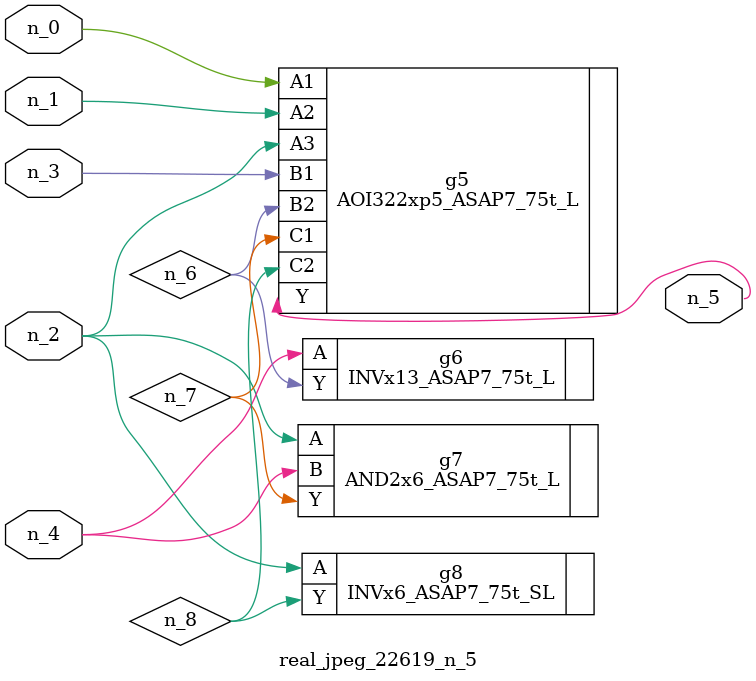
<source format=v>
module real_jpeg_22619_n_5 (n_4, n_0, n_1, n_2, n_3, n_5);

input n_4;
input n_0;
input n_1;
input n_2;
input n_3;

output n_5;

wire n_8;
wire n_6;
wire n_7;

AOI322xp5_ASAP7_75t_L g5 ( 
.A1(n_0),
.A2(n_1),
.A3(n_2),
.B1(n_3),
.B2(n_6),
.C1(n_7),
.C2(n_8),
.Y(n_5)
);

AND2x6_ASAP7_75t_L g7 ( 
.A(n_2),
.B(n_4),
.Y(n_7)
);

INVx6_ASAP7_75t_SL g8 ( 
.A(n_2),
.Y(n_8)
);

INVx13_ASAP7_75t_L g6 ( 
.A(n_4),
.Y(n_6)
);


endmodule
</source>
